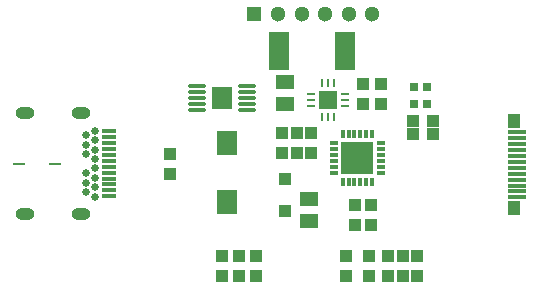
<source format=gbr>
%TF.GenerationSoftware,Altium Limited,Altium Designer,21.6.4 (81)*%
G04 Layer_Color=8388736*
%FSLAX26Y26*%
%MOIN*%
%TF.SameCoordinates,57458678-C278-4CFF-9AA2-19D65F52AC30*%
%TF.FilePolarity,Negative*%
%TF.FileFunction,Soldermask,Top*%
%TF.Part,Single*%
G01*
G75*
%TA.AperFunction,SMDPad,CuDef*%
%ADD10R,0.070866X0.125984*%
%ADD11R,0.039370X0.043307*%
%ADD12R,0.059055X0.051181*%
%ADD13R,0.066929X0.078740*%
%TA.AperFunction,ConnectorPad*%
%ADD14R,0.059055X0.013780*%
%ADD15R,0.039370X0.046457*%
%TA.AperFunction,SMDPad,CuDef*%
%ADD16R,0.031496X0.031496*%
%ADD17R,0.043307X0.039370*%
%ADD18R,0.039370X0.007874*%
%TA.AperFunction,ConnectorPad*%
%ADD19R,0.047244X0.011811*%
%TA.AperFunction,SMDPad,CuDef*%
%ADD20O,0.062992X0.011811*%
%ADD21R,0.066142X0.074016*%
%ADD22R,0.043307X0.043307*%
%ADD23R,0.106299X0.106299*%
%ADD24R,0.011811X0.031496*%
%ADD25R,0.031496X0.011811*%
%ADD26R,0.064961X0.064961*%
%ADD27O,0.009842X0.031496*%
%ADD28O,0.031496X0.009842*%
%TA.AperFunction,ComponentPad*%
%ADD34C,0.051181*%
%ADD35R,0.051181X0.051181*%
%ADD36O,0.062992X0.039370*%
%ADD37C,0.025591*%
D10*
X1019685Y375984D02*
D03*
X799213D02*
D03*
D11*
X811024Y37402D02*
D03*
Y104331D02*
D03*
X1080709Y265748D02*
D03*
Y198819D02*
D03*
X437008Y33465D02*
D03*
Y-33465D02*
D03*
X722102Y-305158D02*
D03*
Y-372087D02*
D03*
X665016Y-305158D02*
D03*
Y-372087D02*
D03*
X607929Y-305158D02*
D03*
Y-372087D02*
D03*
X1258520D02*
D03*
Y-305158D02*
D03*
X1211276Y-372087D02*
D03*
Y-305158D02*
D03*
X1164032D02*
D03*
Y-372087D02*
D03*
X1101040D02*
D03*
Y-305158D02*
D03*
X1023284Y-372087D02*
D03*
Y-305158D02*
D03*
X905512Y104331D02*
D03*
Y37402D02*
D03*
X1139764Y198819D02*
D03*
Y265748D02*
D03*
X1107283Y-136811D02*
D03*
Y-203740D02*
D03*
X1054134Y-137795D02*
D03*
Y-204724D02*
D03*
X858268Y37402D02*
D03*
Y104331D02*
D03*
D12*
X819882Y274606D02*
D03*
Y199803D02*
D03*
X898622Y-116142D02*
D03*
Y-190945D02*
D03*
D13*
X625984Y-125984D02*
D03*
Y70866D02*
D03*
D14*
X1592520Y-111126D02*
D03*
Y-91441D02*
D03*
Y-71756D02*
D03*
Y-52071D02*
D03*
Y-32386D02*
D03*
Y-12701D02*
D03*
Y6984D02*
D03*
Y26669D02*
D03*
Y46354D02*
D03*
Y66039D02*
D03*
Y85724D02*
D03*
Y105409D02*
D03*
D15*
X1582677Y142415D02*
D03*
Y-148136D02*
D03*
D16*
X1250000Y198819D02*
D03*
Y257874D02*
D03*
X1293307Y198819D02*
D03*
Y257874D02*
D03*
D17*
X1245079Y144685D02*
D03*
X1312008D02*
D03*
X1245079Y98425D02*
D03*
X1312008D02*
D03*
D18*
X54087Y685D02*
D03*
X-67961D02*
D03*
D19*
X234401Y108953D02*
D03*
Y89268D02*
D03*
Y69583D02*
D03*
Y49898D02*
D03*
Y30213D02*
D03*
Y10528D02*
D03*
Y-9157D02*
D03*
Y-28843D02*
D03*
Y-48528D02*
D03*
Y-68213D02*
D03*
Y-87898D02*
D03*
Y-107583D02*
D03*
D20*
X691929Y180118D02*
D03*
Y199803D02*
D03*
Y219488D02*
D03*
Y239173D02*
D03*
Y258858D02*
D03*
X524606Y180118D02*
D03*
Y199803D02*
D03*
Y219488D02*
D03*
Y239173D02*
D03*
Y258858D02*
D03*
D21*
X608268Y219488D02*
D03*
D22*
X818898Y-51181D02*
D03*
Y-157480D02*
D03*
D23*
X1061024Y19685D02*
D03*
D24*
X1011811Y98425D02*
D03*
X1031496D02*
D03*
X1051181D02*
D03*
X1070866D02*
D03*
X1090551D02*
D03*
X1110236D02*
D03*
Y-59055D02*
D03*
X1090551D02*
D03*
X1070866D02*
D03*
X1051181D02*
D03*
X1031496D02*
D03*
X1011811D02*
D03*
D25*
X1139764Y68898D02*
D03*
Y49213D02*
D03*
Y29527D02*
D03*
Y9842D02*
D03*
Y-9843D02*
D03*
Y-29528D02*
D03*
X982284D02*
D03*
Y-9843D02*
D03*
Y9842D02*
D03*
Y29527D02*
D03*
Y49213D02*
D03*
Y68898D02*
D03*
D26*
X963583Y212598D02*
D03*
D27*
X943898Y268701D02*
D03*
X963583D02*
D03*
X983268D02*
D03*
Y156496D02*
D03*
X963583D02*
D03*
X943898D02*
D03*
D28*
X1019685Y232284D02*
D03*
Y212598D02*
D03*
Y192913D02*
D03*
X907480D02*
D03*
Y212598D02*
D03*
Y232284D02*
D03*
D34*
X1111220Y500000D02*
D03*
X1032480D02*
D03*
X953740D02*
D03*
X796260D02*
D03*
X875000D02*
D03*
D35*
X717520D02*
D03*
D36*
X-46307Y168795D02*
D03*
Y-167425D02*
D03*
X139913Y168795D02*
D03*
Y-167425D02*
D03*
D37*
X157630Y-93803D02*
D03*
Y95173D02*
D03*
Y-62307D02*
D03*
Y63677D02*
D03*
Y-30811D02*
D03*
Y32181D02*
D03*
X185189Y-109551D02*
D03*
Y110921D02*
D03*
Y-78055D02*
D03*
Y79425D02*
D03*
Y-46559D02*
D03*
Y47929D02*
D03*
Y-15063D02*
D03*
Y16433D02*
D03*
%TF.MD5,6188d791a2ac0bde8dbde4b0c6c11fee*%
M02*

</source>
